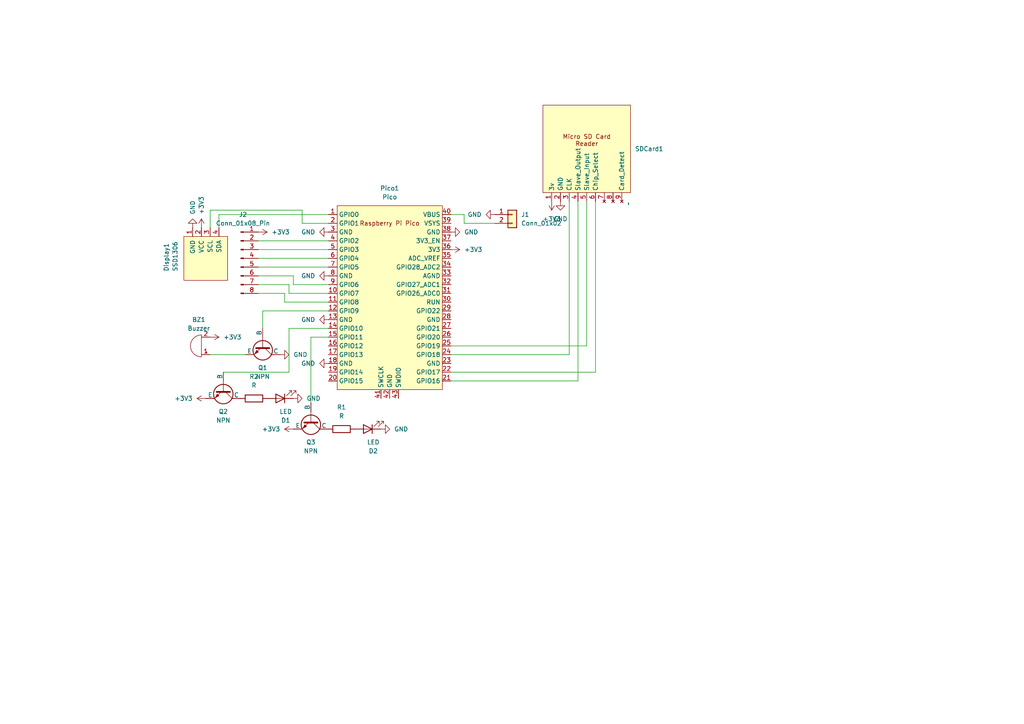
<source format=kicad_sch>
(kicad_sch (version 20230121) (generator eeschema)
  (paper "A4")
  (lib_symbols
    (symbol "Connector:Conn_01x08_Pin" (pin_names (offset 1.016) hide)
      (property "Reference" "J" (at 0 10.16 0))
      (property "Value" "Conn_01x08_Pin" (at 0 -12.7 0))
      (symbol "Conn_01x08_Pin_1_1"
        (polyline (pts (xy 1.27 -10.16) (xy 0.8636 -10.16)) (stroke (width 0.1524)))
        (polyline (pts (xy 1.27 -7.62) (xy 0.8636 -7.62)) (stroke (width 0.1524)))
        (polyline (pts (xy 1.27 -5.08) (xy 0.8636 -5.08)) (stroke (width 0.1524)))
        (polyline (pts (xy 1.27 -2.54) (xy 0.8636 -2.54)) (stroke (width 0.1524)))
        (polyline (pts (xy 1.27 0) (xy 0.8636 0)) (stroke (width 0.1524)))
        (polyline (pts (xy 1.27 2.54) (xy 0.8636 2.54)) (stroke (width 0.1524)))
        (polyline (pts (xy 1.27 5.08) (xy 0.8636 5.08)) (stroke (width 0.1524)))
        (polyline (pts (xy 1.27 7.62) (xy 0.8636 7.62)) (stroke (width 0.1524)))
        (rectangle (start 0.8636 -10.033) (end 0 -10.287) (stroke (width 0.1524)) (fill (type outline)))
        (rectangle (start 0.8636 -7.493) (end 0 -7.747) (stroke (width 0.1524)) (fill (type outline)))
        (rectangle (start 0.8636 -4.953) (end 0 -5.207) (stroke (width 0.1524)) (fill (type outline)))
        (rectangle (start 0.8636 -2.413) (end 0 -2.667) (stroke (width 0.1524)) (fill (type outline)))
        (rectangle (start 0.8636 0.127) (end 0 -0.127) (stroke (width 0.1524)) (fill (type outline)))
        (rectangle (start 0.8636 2.667) (end 0 2.413) (stroke (width 0.1524)) (fill (type outline)))
        (rectangle (start 0.8636 5.207) (end 0 4.953) (stroke (width 0.1524)) (fill (type outline)))
        (rectangle (start 0.8636 7.747) (end 0 7.493) (stroke (width 0.1524)) (fill (type outline)))
        (pin passive line (at 5.08 7.62 180) (length 3.81) (name "Pin_1") (number "1"))
        (pin passive line (at 5.08 5.08 180) (length 3.81) (name "Pin_2") (number "2"))
        (pin passive line (at 5.08 2.54 180) (length 3.81) (name "Pin_3") (number "3"))
        (pin passive line (at 5.08 0 180) (length 3.81) (name "Pin_4") (number "4"))
        (pin passive line (at 5.08 -2.54 180) (length 3.81) (name "Pin_5") (number "5"))
        (pin passive line (at 5.08 -5.08 180) (length 3.81) (name "Pin_6") (number "6"))
        (pin passive line (at 5.08 -7.62 180) (length 3.81) (name "Pin_7") (number "7"))
        (pin passive line (at 5.08 -10.16 180) (length 3.81) (name "Pin_8") (number "8"))
      )
    )
    (symbol "Connector_Generic:Conn_01x02" (pin_names (offset 1.016) hide)
      (property "Reference" "J" (at 0 2.54 0))
      (property "Value" "Conn_01x02" (at 0 -5.08 0))
      (symbol "Conn_01x02_1_1"
        (rectangle (start -1.27 -2.413) (end 0 -2.667) (stroke (width 0.1524)))
        (rectangle (start -1.27 0.127) (end 0 -0.127) (stroke (width 0.1524)))
        (rectangle (start -1.27 1.27) (end 1.27 -3.81) (stroke (width 0.254)) (fill (type background)))
        (pin passive line (at -5.08 0 0) (length 3.81) (name "Pin_1") (number "1"))
        (pin passive line (at -5.08 -2.54 0) (length 3.81) (name "Pin_2") (number "2"))
      )
    )
    (symbol "Device:Buzzer" (pin_names (offset 0.0254) hide)
      (property "Reference" "BZ" (at 3.81 1.27 0))
      (property "Value" "Buzzer" (at 3.81 -1.27 0))
      (symbol "Buzzer_0_1"
        (arc (start 0 -3.175) (mid 3.1612 0) (end 0 3.175))
        (polyline (pts (xy -1.651 1.905) (xy -1.143 1.905)))
        (polyline (pts (xy -1.397 2.159) (xy -1.397 1.651)))
        (polyline (pts (xy 0 3.175) (xy 0 -3.175)))
      )
      (symbol "Buzzer_1_1"
        (pin passive line (at -2.54 2.54 0) (length 2.54) (name "+") (number "1"))
        (pin passive line (at -2.54 -2.54 0) (length 2.54) (name "-") (number "2"))
      )
    )
    (symbol "Device:LED" (pin_numbers hide) (pin_names (offset 1.016) hide)
      (property "Reference" "D" (at 0 2.54 0))
      (property "Value" "LED" (at 0 -2.54 0))
      (symbol "LED_0_1"
        (polyline (pts (xy -1.27 -1.27) (xy -1.27 1.27)) (stroke (width 0.254)))
        (polyline (pts (xy -1.27 0) (xy 1.27 0)))
        (polyline (pts (xy 1.27 -1.27) (xy 1.27 1.27) (xy -1.27 0) (xy 1.27 -1.27)) (stroke (width 0.254)))
        (polyline (pts (xy -3.048 -0.762) (xy -4.572 -2.286) (xy -3.81 -2.286) (xy -4.572 -2.286) (xy -4.572 -1.524)))
        (polyline (pts (xy -1.778 -0.762) (xy -3.302 -2.286) (xy -2.54 -2.286) (xy -3.302 -2.286) (xy -3.302 -1.524)))
      )
      (symbol "LED_1_1"
        (pin passive line (at -3.81 0 0) (length 2.54) (name "K") (number "1"))
        (pin passive line (at 3.81 0 180) (length 2.54) (name "A") (number "2"))
      )
    )
    (symbol "Device:R" (pin_numbers hide) (pin_names (offset 0))
      (property "Reference" "R" (at 2.032 0 90))
      (property "Value" "R" (at 0 0 90))
      (symbol "R_0_1"
        (rectangle (start -1.016 -2.54) (end 1.016 2.54) (stroke (width 0.254)))
      )
      (symbol "R_1_1"
        (pin passive line (at 0 3.81 270) (length 1.27) (name "~") (number "1"))
        (pin passive line (at 0 -3.81 90) (length 1.27) (name "~") (number "2"))
      )
    )
    (symbol "MCU_RaspberryPi_and_Boards:Pico"
      (property "Reference" "U" (at -13.97 27.94 0))
      (property "Value" "Pico" (at 0 19.05 0))
      (symbol "Pico_0_0"
        (text "Raspberry Pi Pico" (at 0 21.59 0) (effects (font (size 1.27 1.27))))
      )
      (symbol "Pico_0_1"
        (rectangle (start -15.24 26.67) (end 15.24 -26.67) (fill (type background)))
      )
      (symbol "Pico_1_1"
        (pin bidirectional line (at -17.78 24.13 0) (length 2.54) (name "GPIO0") (number "1"))
        (pin bidirectional line (at -17.78 1.27 0) (length 2.54) (name "GPIO7") (number "10"))
        (pin bidirectional line (at -17.78 -1.27 0) (length 2.54) (name "GPIO8") (number "11"))
        (pin bidirectional line (at -17.78 -3.81 0) (length 2.54) (name "GPIO9") (number "12"))
        (pin power_in line (at -17.78 -6.35 0) (length 2.54) (name "GND") (number "13"))
        (pin bidirectional line (at -17.78 -8.89 0) (length 2.54) (name "GPIO10") (number "14"))
        (pin bidirectional line (at -17.78 -11.43 0) (length 2.54) (name "GPIO11") (number "15"))
        (pin bidirectional line (at -17.78 -13.97 0) (length 2.54) (name "GPIO12") (number "16"))
        (pin bidirectional line (at -17.78 -16.51 0) (length 2.54) (name "GPIO13") (number "17"))
        (pin power_in line (at -17.78 -19.05 0) (length 2.54) (name "GND") (number "18"))
        (pin bidirectional line (at -17.78 -21.59 0) (length 2.54) (name "GPIO14") (number "19"))
        (pin bidirectional line (at -17.78 21.59 0) (length 2.54) (name "GPIO1") (number "2"))
        (pin bidirectional line (at -17.78 -24.13 0) (length 2.54) (name "GPIO15") (number "20"))
        (pin bidirectional line (at 17.78 -24.13 180) (length 2.54) (name "GPIO16") (number "21"))
        (pin bidirectional line (at 17.78 -21.59 180) (length 2.54) (name "GPIO17") (number "22"))
        (pin power_in line (at 17.78 -19.05 180) (length 2.54) (name "GND") (number "23"))
        (pin bidirectional line (at 17.78 -16.51 180) (length 2.54) (name "GPIO18") (number "24"))
        (pin bidirectional line (at 17.78 -13.97 180) (length 2.54) (name "GPIO19") (number "25"))
        (pin bidirectional line (at 17.78 -11.43 180) (length 2.54) (name "GPIO20") (number "26"))
        (pin bidirectional line (at 17.78 -8.89 180) (length 2.54) (name "GPIO21") (number "27"))
        (pin power_in line (at 17.78 -6.35 180) (length 2.54) (name "GND") (number "28"))
        (pin bidirectional line (at 17.78 -3.81 180) (length 2.54) (name "GPIO22") (number "29"))
        (pin power_in line (at -17.78 19.05 0) (length 2.54) (name "GND") (number "3"))
        (pin input line (at 17.78 -1.27 180) (length 2.54) (name "RUN") (number "30"))
        (pin bidirectional line (at 17.78 1.27 180) (length 2.54) (name "GPIO26_ADC0") (number "31"))
        (pin bidirectional line (at 17.78 3.81 180) (length 2.54) (name "GPIO27_ADC1") (number "32"))
        (pin power_in line (at 17.78 6.35 180) (length 2.54) (name "AGND") (number "33"))
        (pin bidirectional line (at 17.78 8.89 180) (length 2.54) (name "GPIO28_ADC2") (number "34"))
        (pin power_in line (at 17.78 11.43 180) (length 2.54) (name "ADC_VREF") (number "35"))
        (pin power_in line (at 17.78 13.97 180) (length 2.54) (name "3V3") (number "36"))
        (pin input line (at 17.78 16.51 180) (length 2.54) (name "3V3_EN") (number "37"))
        (pin bidirectional line (at 17.78 19.05 180) (length 2.54) (name "GND") (number "38"))
        (pin power_in line (at 17.78 21.59 180) (length 2.54) (name "VSYS") (number "39"))
        (pin bidirectional line (at -17.78 16.51 0) (length 2.54) (name "GPIO2") (number "4"))
        (pin power_in line (at 17.78 24.13 180) (length 2.54) (name "VBUS") (number "40"))
        (pin input line (at -2.54 -29.21 90) (length 2.54) (name "SWCLK") (number "41"))
        (pin power_in line (at 0 -29.21 90) (length 2.54) (name "GND") (number "42"))
        (pin bidirectional line (at 2.54 -29.21 90) (length 2.54) (name "SWDIO") (number "43"))
        (pin bidirectional line (at -17.78 13.97 0) (length 2.54) (name "GPIO3") (number "5"))
        (pin bidirectional line (at -17.78 11.43 0) (length 2.54) (name "GPIO4") (number "6"))
        (pin bidirectional line (at -17.78 8.89 0) (length 2.54) (name "GPIO5") (number "7"))
        (pin power_in line (at -17.78 6.35 0) (length 2.54) (name "GND") (number "8"))
        (pin bidirectional line (at -17.78 3.81 0) (length 2.54) (name "GPIO6") (number "9"))
      )
    )
    (symbol "SSD1306-128x64_OLED:SSD1306" (pin_names (offset 1.016))
      (property "Reference" "Brd" (at 0 -3.81 0))
      (property "Value" "SSD1306" (at 0 -1.27 0))
      (symbol "SSD1306_0_1"
        (rectangle (start -6.35 6.35) (end 6.35 -6.35) (fill (type background)))
      )
      (symbol "SSD1306_1_1"
        (pin input line (at -3.81 8.89 270) (length 2.54) (name "GND") (number "1"))
        (pin input line (at -1.27 8.89 270) (length 2.54) (name "VCC") (number "2"))
        (pin input line (at 1.27 8.89 270) (length 2.54) (name "SCL") (number "3"))
        (pin input line (at 3.81 8.89 270) (length 2.54) (name "SDA") (number "4"))
      )
    )
    (symbol "Simulation_SPICE:NPN" (pin_numbers hide) (pin_names (offset 0))
      (property "Reference" "Q" (at -2.54 7.62 0))
      (property "Value" "NPN" (at -2.54 5.08 0))
      (symbol "NPN_0_1"
        (polyline (pts (xy -2.54 0) (xy 0.635 0)) (stroke (width 0.1524)))
        (polyline (pts (xy 0.635 0.635) (xy 2.54 2.54)))
        (polyline (pts (xy 2.794 -1.27) (xy 2.794 -1.27)) (stroke (width 0.1524)))
        (polyline (pts (xy 2.794 -1.27) (xy 2.794 -1.27)) (stroke (width 0.1524)))
        (polyline (pts (xy 0.635 -0.635) (xy 2.54 -2.54) (xy 2.54 -2.54)))
        (polyline (pts (xy 0.635 1.905) (xy 0.635 -1.905) (xy 0.635 -1.905)) (stroke (width 0.508)))
        (polyline (pts (xy 1.27 -1.778) (xy 1.778 -1.27) (xy 2.286 -2.286) (xy 1.27 -1.778) (xy 1.27 -1.778)) (fill (type outline)))
        (circle (center 1.27 0) (radius 2.8194) (stroke (width 0.254)))
      )
      (symbol "NPN_1_1"
        (pin open_collector line (at 2.54 5.08 270) (length 2.54) (name "C") (number "1"))
        (pin input line (at -5.08 0 0) (length 2.54) (name "B") (number "2"))
        (pin open_emitter line (at 2.54 -5.08 90) (length 2.54) (name "E") (number "3"))
      )
    )
    (symbol "components:Adafruit_Micro_SD_SPI_or_SDIO_Card_Breakout_Board"
      (property "Reference" "U" (at 20.955 1.905 90))
      (symbol "Adafruit_Micro_SD_SPI_or_SDIO_Card_Breakout_Board_1_1"
        (rectangle (start -3.81 30.48) (end 21.59 5.08) (fill (type background)))
        (text "Micro SD Card\nReader" (at 8.89 20.32 0) (effects (font (size 1.27 1.27))))
        (pin power_in line (at -1.27 2.54 90) (length 2.54) (name "3v") (number "1"))
        (pin power_in line (at 1.27 2.54 90) (length 2.54) (name "GND") (number "2"))
        (pin input line (at 3.81 2.54 90) (length 2.54) (name "CLK") (number "3"))
        (pin output line (at 6.35 2.54 90) (length 2.54) (name "Slave_Output") (number "4"))
        (pin input line (at 8.89 2.54 90) (length 2.54) (name "Slave_Input") (number "5"))
        (pin input line (at 11.43 2.54 90) (length 2.54) (name "Chip_Select") (number "6"))
        (pin no_connect line (at 13.97 2.54 90) (length 2.54) (name "") (number "7"))
        (pin no_connect line (at 16.51 2.54 90) (length 2.54) (name "") (number "8"))
        (pin no_connect line (at 19.05 2.54 90) (length 2.54) (name "Card_Detect") (number "9"))
      )
    )
    (symbol "power:+3V3" (power) (pin_names (offset 0))
      (property "Value" "+3V3" (at 0 3.556 0))
      (symbol "+3V3_0_1"
        (polyline (pts (xy -0.762 1.27) (xy 0 2.54)))
        (polyline (pts (xy 0 0) (xy 0 2.54)))
        (polyline (pts (xy 0 2.54) (xy 0.762 1.27)))
      )
      (symbol "+3V3_1_1"
        (pin power_in line (at 0 0 90) (length 0) hide (name "+3V3") (number "1"))
      )
    )
    (symbol "power:GND" (power) (pin_names (offset 0))
      (property "Value" "GND" (at 0 -3.81 0))
      (symbol "GND_0_1"
        (polyline (pts (xy 0 0) (xy 0 -1.27) (xy 1.27 -1.27) (xy 0 -2.54) (xy -1.27 -1.27) (xy 0 -1.27)))
      )
      (symbol "GND_1_1"
        (pin power_in line (at 0 0 270) (length 0) hide (name "GND") (number "1"))
      )
    )
  )
  (wire (pts (xy 95.25 85.09) (xy 83.82 85.09)))
  (wire (pts (xy 60.96 60.96) (xy 87.63 60.96)))
  (wire (pts (xy 134.62 64.77) (xy 143.51 64.77)))
  (wire (pts (xy 167.64 58.42) (xy 167.64 110.49)))
  (wire (pts (xy 170.18 58.42) (xy 170.18 100.33)))
  (wire (pts (xy 95.25 82.55) (xy 85.09 82.55)))
  (wire (pts (xy 165.1 58.42) (xy 165.1 102.87)))
  (wire (pts (xy 74.93 69.85) (xy 95.25 69.85)))
  (wire (pts (xy 74.93 72.39) (xy 95.25 72.39)))
  (wire (pts (xy 83.82 107.95) (xy 83.82 95.25)))
  (wire (pts (xy 172.72 107.95) (xy 130.81 107.95)))
  (wire (pts (xy 82.55 85.09) (xy 74.93 85.09)))
  (wire (pts (xy 130.81 102.87) (xy 165.1 102.87)))
  (wire (pts (xy 60.96 60.96) (xy 60.96 66.04)))
  (wire (pts (xy 167.64 110.49) (xy 130.81 110.49)))
  (wire (pts (xy 87.63 64.77) (xy 95.25 64.77)))
  (wire (pts (xy 90.17 116.84) (xy 90.17 97.79)))
  (wire (pts (xy 76.2 95.25) (xy 76.2 90.17)))
  (wire (pts (xy 83.82 82.55) (xy 74.93 82.55)))
  (wire (pts (xy 85.09 80.01) (xy 85.09 82.55)))
  (wire (pts (xy 76.2 90.17) (xy 95.25 90.17)))
  (wire (pts (xy 74.93 77.47) (xy 95.25 77.47)))
  (wire (pts (xy 83.82 82.55) (xy 83.82 85.09)))
  (wire (pts (xy 130.81 62.23) (xy 134.62 62.23)))
  (wire (pts (xy 74.93 74.93) (xy 95.25 74.93)))
  (wire (pts (xy 90.17 97.79) (xy 95.25 97.79)))
  (wire (pts (xy 64.77 107.95) (xy 83.82 107.95)))
  (wire (pts (xy 82.55 85.09) (xy 82.55 87.63)))
  (wire (pts (xy 63.5 62.23) (xy 63.5 66.04)))
  (wire (pts (xy 87.63 60.96) (xy 87.63 64.77)))
  (wire (pts (xy 134.62 62.23) (xy 134.62 64.77)))
  (wire (pts (xy 95.25 87.63) (xy 82.55 87.63)))
  (wire (pts (xy 172.72 58.42) (xy 172.72 107.95)))
  (wire (pts (xy 71.12 102.87) (xy 60.96 102.87)))
  (wire (pts (xy 63.5 62.23) (xy 95.25 62.23)))
  (wire (pts (xy 170.18 100.33) (xy 130.81 100.33)))
  (wire (pts (xy 83.82 95.25) (xy 95.25 95.25)))
  (wire (pts (xy 85.09 80.01) (xy 74.93 80.01)))
  (symbol (lib_id "components:Adafruit_Micro_SD_SPI_or_SDIO_Card_Breakout_Board") (at 161.29 60.96 0) (unit 1)
    (property "Reference" "SDCard1" (at 184.15 43.18 0) (effects (justify left)))
    (property "Value" "~" (at 182.245 59.055 90))
    (property "Footprint" "Library:Adafruit_Micro_SD_SPI_or_SDIO_Card_Breakout_Board" (effects hide))
  )
  (symbol (lib_id "Simulation_SPICE:NPN") (at 64.77 113.03 270) (unit 1)
    (property "Reference" "Q2" (at 64.77 119.38 90))
    (property "Value" "NPN" (at 64.77 121.92 90))
    (property "Footprint" "Library:TO92" (effects hide))
    (property "Sim.Device" "NPN" (effects hide))
    (property "Sim.Type" "GUMMELPOON" (effects hide))
    (property "Sim.Pins" "1=C 2=B 3=E" (effects hide))
  )
  (symbol (lib_id "power:+3V3") (at 130.81 72.39 270) (unit 1)
    (property "Reference" "#PWR010" (effects hide))
    (property "Value" "+3V3" (at 134.62 72.39 90) (effects (justify left)))
  )
  (symbol (lib_id "Device:R") (at 99.06 124.46 90) (unit 1)
    (property "Reference" "R1" (at 99.06 118.11 90))
    (property "Value" "R" (at 99.06 120.65 90))
    (property "Footprint" "Resistor_THT:R_Axial_DIN0207_L6.3mm_D2.5mm_P10.16mm_Horizontal" (effects hide))
  )
  (symbol (lib_id "power:+3V3") (at 85.09 124.46 90) (unit 1)
    (property "Reference" "#PWR016" (effects hide))
    (property "Value" "+3V3" (at 81.28 124.46 90) (effects (justify left)))
  )
  (symbol (lib_id "SSD1306-128x64_OLED:SSD1306") (at 59.69 74.93 0) (unit 1)
    (property "Reference" "Display1" (at 48.26 78.74 90) (effects (justify left)))
    (property "Value" "SSD1306" (at 50.8 78.74 90) (effects (justify left)))
    (property "Footprint" "SSD1306:128x64OLED" (effects hide))
  )
  (symbol (lib_id "Device:R") (at 73.66 115.57 90) (unit 1)
    (property "Reference" "R2" (at 73.66 109.22 90))
    (property "Value" "R" (at 73.66 111.76 90))
    (property "Footprint" "Resistor_THT:R_Axial_DIN0207_L6.3mm_D2.5mm_P10.16mm_Horizontal" (effects hide))
  )
  (symbol (lib_id "power:GND") (at 95.25 67.31 270) (unit 1)
    (property "Reference" "#PWR07" (effects hide))
    (property "Value" "GND" (at 91.44 67.31 90) (effects (justify right)))
  )
  (symbol (lib_id "Simulation_SPICE:NPN") (at 76.2 100.33 270) (unit 1)
    (property "Reference" "Q1" (at 76.2 106.68 90))
    (property "Value" "NPN" (at 76.2 109.22 90))
    (property "Footprint" "Library:TO92" (effects hide))
    (property "Sim.Device" "NPN" (effects hide))
    (property "Sim.Type" "GUMMELPOON" (effects hide))
    (property "Sim.Pins" "1=C 2=B 3=E" (effects hide))
  )
  (symbol (lib_id "Connector:Conn_01x08_Pin") (at 69.85 74.93 0) (unit 1)
    (property "Reference" "J2" (at 70.485 62.23 0))
    (property "Value" "Conn_01x08_Pin" (at 70.485 64.77 0))
    (property "Footprint" "Connector_PinHeader_2.54mm:PinHeader_1x08_P2.54mm_Vertical" (effects hide))
  )
  (symbol (lib_id "power:GND") (at 110.49 124.46 90) (unit 1)
    (property "Reference" "#PWR015" (effects hide))
    (property "Value" "GND" (at 114.3 124.46 90) (effects (justify right)))
  )
  (symbol (lib_id "power:+3V3") (at 59.69 115.57 90) (unit 1)
    (property "Reference" "#PWR017" (effects hide))
    (property "Value" "+3V3" (at 55.88 115.57 90) (effects (justify left)))
  )
  (symbol (lib_id "power:GND") (at 81.28 102.87 90) (unit 1)
    (property "Reference" "#PWR03" (effects hide))
    (property "Value" "GND" (at 85.09 102.87 90) (effects (justify right)))
  )
  (symbol (lib_id "Device:Buzzer") (at 58.42 100.33 180) (unit 1)
    (property "Reference" "BZ1" (at 57.6649 92.71 0))
    (property "Value" "Buzzer" (at 57.6649 95.25 0))
    (property "Footprint" "Buzzer_Beeper:Buzzer_12x9.5RM7.6" (effects hide))
  )
  (symbol (lib_id "MCU_RaspberryPi_and_Boards:Pico") (at 113.03 86.36 0) (unit 1)
    (property "Reference" "Pico1" (at 113.03 54.61 0))
    (property "Value" "Pico" (at 113.03 57.15 0))
    (property "Footprint" "MCU_RaspberryPi_and_Boards:RPi_Pico_SMD_TH" (effects hide))
  )
  (symbol (lib_id "power:GND") (at 85.09 115.57 90) (unit 1)
    (property "Reference" "#PWR014" (effects hide))
    (property "Value" "GND" (at 88.9 115.57 90) (effects (justify right)))
  )
  (symbol (lib_id "power:GND") (at 162.56 58.42 0) (unit 1)
    (property "Reference" "#PWR012" (effects hide))
    (property "Value" "GND" (at 162.56 63.5 0))
  )
  (symbol (lib_id "power:GND") (at 95.25 80.01 270) (unit 1)
    (property "Reference" "#PWR06" (effects hide))
    (property "Value" "GND" (at 91.44 80.01 90) (effects (justify right)))
  )
  (symbol (lib_id "power:GND") (at 95.25 105.41 270) (unit 1)
    (property "Reference" "#PWR04" (effects hide))
    (property "Value" "GND" (at 91.44 105.41 90) (effects (justify right)))
  )
  (symbol (lib_id "power:GND") (at 130.81 67.31 90) (unit 1)
    (property "Reference" "#PWR01" (effects hide))
    (property "Value" "GND" (at 134.62 67.31 90) (effects (justify right)))
  )
  (symbol (lib_id "power:GND") (at 95.25 92.71 270) (unit 1)
    (property "Reference" "#PWR05" (effects hide))
    (property "Value" "GND" (at 91.44 92.71 90) (effects (justify right)))
  )
  (symbol (lib_id "power:GND") (at 55.88 66.04 180) (unit 1)
    (property "Reference" "#PWR08" (effects hide))
    (property "Value" "GND" (at 55.88 62.23 90) (effects (justify right)))
  )
  (symbol (lib_id "Connector_Generic:Conn_01x02") (at 148.59 62.23 0) (unit 1)
    (property "Reference" "J1" (at 151.13 62.23 0) (effects (justify left)))
    (property "Value" "Conn_01x02" (at 151.13 64.77 0) (effects (justify left)))
    (property "Footprint" "Connector_PinHeader_2.54mm:PinHeader_1x02_P2.54mm_Vertical" (effects hide))
  )
  (symbol (lib_id "Device:LED") (at 81.28 115.57 180) (unit 1)
    (property "Reference" "D1" (at 82.8675 121.92 0))
    (property "Value" "LED" (at 82.8675 119.38 0))
    (property "Footprint" "LED_THT:LED_D1.8mm_W1.8mm_H2.4mm_Horizontal_O1.27mm_Z1.6mm" (effects hide))
  )
  (symbol (lib_id "power:+3V3") (at 160.02 58.42 180) (unit 1)
    (property "Reference" "#PWR013" (effects hide))
    (property "Value" "+3V3" (at 160.02 63.5 0))
  )
  (symbol (lib_id "power:+3V3") (at 74.93 67.31 270) (unit 1)
    (property "Reference" "#PWR011" (effects hide))
    (property "Value" "+3V3" (at 78.74 67.31 90) (effects (justify left)))
  )
  (symbol (lib_id "power:GND") (at 143.51 62.23 270) (unit 1)
    (property "Reference" "#PWR018" (effects hide))
    (property "Value" "GND" (at 139.7 62.23 90) (effects (justify right)))
  )
  (symbol (lib_id "power:+3V3") (at 58.42 66.04 0) (unit 1)
    (property "Reference" "#PWR09" (effects hide))
    (property "Value" "+3V3" (at 58.42 62.23 90) (effects (justify left)))
  )
  (symbol (lib_id "power:+3V3") (at 60.96 97.79 270) (unit 1)
    (property "Reference" "#PWR02" (effects hide))
    (property "Value" "+3V3" (at 64.77 97.79 90) (effects (justify left)))
  )
  (symbol (lib_id "Device:LED") (at 106.68 124.46 180) (unit 1)
    (property "Reference" "D2" (at 108.2675 130.81 0))
    (property "Value" "LED" (at 108.2675 128.27 0))
    (property "Footprint" "LED_THT:LED_D1.8mm_W1.8mm_H2.4mm_Horizontal_O1.27mm_Z1.6mm" (effects hide))
  )
  (symbol (lib_id "Simulation_SPICE:NPN") (at 90.17 121.92 270) (unit 1)
    (property "Reference" "Q3" (at 90.17 128.27 90))
    (property "Value" "NPN" (at 90.17 130.81 90))
    (property "Footprint" "Library:TO92" (effects hide))
    (property "Sim.Device" "NPN" (effects hide))
    (property "Sim.Type" "GUMMELPOON" (effects hide))
    (property "Sim.Pins" "1=C 2=B 3=E" (effects hide))
  )
)
</source>
